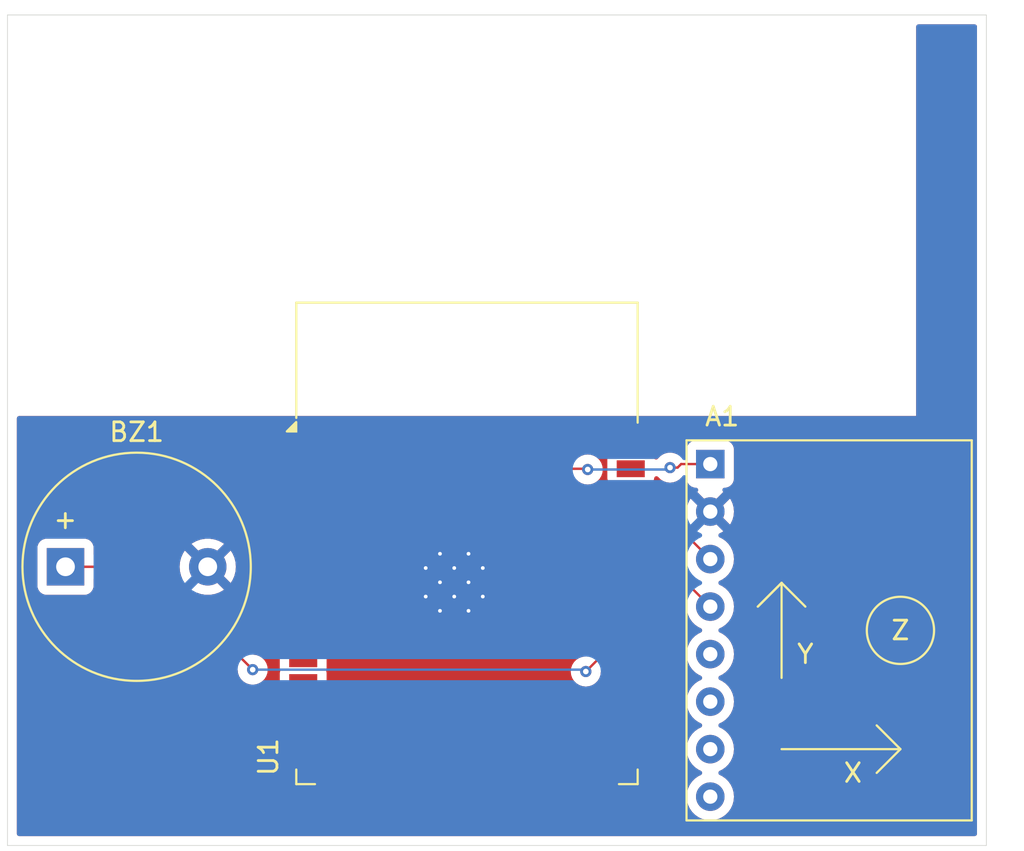
<source format=kicad_pcb>
(kicad_pcb (version 20240108) (generator "pcbnew") (generator_version "8.0")
  (layers (0 "F.Cu" signal "Front") (1 "In1.Cu" signal) (2 "In2.Cu" signal) (31 "B.Cu" signal "Back") (34 "B.Paste" user) (35 "F.Paste" user) (36 "B.SilkS" user "B.Silkscreen") (37 "F.SilkS" user "F.Silkscreen") (38 "B.Mask" user) (39 "F.Mask" user) (44 "Edge.Cuts" user))
  (net 0 "")
  (net 1 "GND")
  (net 2 "Net-(BZ1-+)")
  (net 22 "Net-(A1-SDA)")
  (net 34 "+3.3V")
  (net 35 "Net-(A1-SCL)")
  (footprint "RF_Module:ESP32-WROOM-32" (layer "F.Cu") (at 147.95 103.94)
    (property "Reference" "U1" (at -10.61 8.43 90) (layer "F.SilkS"))
    (property "Value" "ESP32-WROOM-32")
    (fp_line (start -9.12 -15.86) (end -9.12 -9.7) (stroke (width 0.12)) (layer "F.SilkS"))
    (fp_line (start -9.12 -15.86) (end 9.12 -15.86) (stroke (width 0.12)) (layer "F.SilkS"))
    (fp_line (start -9.12 9.1) (end -9.12 9.88) (stroke (width 0.12)) (layer "F.SilkS"))
    (fp_line (start -9.12 9.88) (end -8.12 9.88) (stroke (width 0.12)) (layer "F.SilkS"))
    (fp_line (start 9.12 -15.86) (end 9.12 -9.445) (stroke (width 0.12)) (layer "F.SilkS"))
    (fp_line (start 9.12 9.1) (end 9.12 9.88) (stroke (width 0.12)) (layer "F.SilkS"))
    (fp_line (start 9.12 9.88) (end 8.12 9.88) (stroke (width 0.12)) (layer "F.SilkS"))
    (fp_poly (pts (xy -9.125 -8.975) (xy -9.625 -8.975) (xy -9.125 -9.475) (xy -9.125 -8.975)) (stroke (width 0.12)) (fill solid) (layer "F.SilkS"))
    (pad "1" smd rect (at -8.75 -8.25) (size 1.5 0.9) (layers "F.Cu" "F.Paste" "F.Mask") (net 1 "GND"))
    (pad "2" smd rect (at -8.75 -6.98) (size 1.5 0.9) (layers "F.Cu" "F.Paste" "F.Mask") (net 34 "+3.3V"))
    (pad "3" smd rect (at -8.75 -5.71) (size 1.5 0.9) (layers "F.Cu" "F.Paste" "F.Mask"))
    (pad "4" smd rect (at -8.75 -4.44) (size 1.5 0.9) (layers "F.Cu" "F.Paste" "F.Mask"))
    (pad "5" smd rect (at -8.75 -3.17) (size 1.5 0.9) (layers "F.Cu" "F.Paste" "F.Mask"))
    (pad "6" smd rect (at -8.75 -1.9) (size 1.5 0.9) (layers "F.Cu" "F.Paste" "F.Mask"))
    (pad "7" smd rect (at -8.75 -0.63) (size 1.5 0.9) (layers "F.Cu" "F.Paste" "F.Mask"))
    (pad "8" smd rect (at -8.75 0.64) (size 1.5 0.9) (layers "F.Cu" "F.Paste" "F.Mask"))
    (pad "9" smd rect (at -8.75 1.91) (size 1.5 0.9) (layers "F.Cu" "F.Paste" "F.Mask"))
    (pad "10" smd rect (at -8.75 3.18) (size 1.5 0.9) (layers "F.Cu" "F.Paste" "F.Mask"))
    (pad "11" smd rect (at -8.75 4.45) (size 1.5 0.9) (layers "F.Cu" "F.Paste" "F.Mask"))
    (pad "12" smd rect (at -8.75 5.72) (size 1.5 0.9) (layers "F.Cu" "F.Paste" "F.Mask"))
    (pad "13" smd rect (at -8.75 6.99) (size 1.5 0.9) (layers "F.Cu" "F.Paste" "F.Mask"))
    (pad "14" smd rect (at -8.75 8.26) (size 1.5 0.9) (layers "F.Cu" "F.Paste" "F.Mask"))
    (pad "15" smd rect (at -5.71 9.51 90) (size 1.5 0.9) (layers "F.Cu" "F.Paste" "F.Mask") (net 1 "GND"))
    (pad "16" smd rect (at -4.44 9.51 90) (size 1.5 0.9) (layers "F.Cu" "F.Paste" "F.Mask"))
    (pad "17" smd rect (at -3.17 9.51 90) (size 1.5 0.9) (layers "F.Cu" "F.Paste" "F.Mask"))
    (pad "18" smd rect (at -1.9 9.51 90) (size 1.5 0.9) (layers "F.Cu" "F.Paste" "F.Mask"))
    (pad "19" smd rect (at -0.63 9.51 90) (size 1.5 0.9) (layers "F.Cu" "F.Paste" "F.Mask"))
    (pad "20" smd rect (at 0.64 9.51 90) (size 1.5 0.9) (layers "F.Cu" "F.Paste" "F.Mask"))
    (pad "21" smd rect (at 1.91 9.51 90) (size 1.5 0.9) (layers "F.Cu" "F.Paste" "F.Mask"))
    (pad "22" smd rect (at 3.18 9.51 90) (size 1.5 0.9) (layers "F.Cu" "F.Paste" "F.Mask"))
    (pad "23" smd rect (at 4.45 9.51 90) (size 1.5 0.9) (layers "F.Cu" "F.Paste" "F.Mask"))
    (pad "24" smd rect (at 5.72 9.51 90) (size 1.5 0.9) (layers "F.Cu" "F.Paste" "F.Mask"))
    (pad "25" smd rect (at 8.75 8.26) (size 1.5 0.9) (layers "F.Cu" "F.Paste" "F.Mask"))
    (pad "26" smd rect (at 8.75 6.99) (size 1.5 0.9) (layers "F.Cu" "F.Paste" "F.Mask"))
    (pad "27" smd rect (at 8.75 5.72) (size 1.5 0.9) (layers "F.Cu" "F.Paste" "F.Mask"))
    (pad "28" smd rect (at 8.75 4.45) (size 1.5 0.9) (layers "F.Cu" "F.Paste" "F.Mask"))
    (pad "29" smd rect (at 8.75 3.18) (size 1.5 0.9) (layers "F.Cu" "F.Paste" "F.Mask"))
    (pad "30" smd rect (at 8.75 1.91) (size 1.5 0.9) (layers "F.Cu" "F.Paste" "F.Mask") (net 2 "Net-(BZ1-+)"))
    (pad "31" smd rect (at 8.75 0.64) (size 1.5 0.9) (layers "F.Cu" "F.Paste" "F.Mask"))
    (pad "32" smd rect (at 8.75 -0.63) (size 1.5 0.9) (layers "F.Cu" "F.Paste" "F.Mask"))
    (pad "33" smd rect (at 8.75 -1.9) (size 1.5 0.9) (layers "F.Cu" "F.Paste" "F.Mask") (net 22 "Net-(A1-SDA)"))
    (pad "34" smd rect (at 8.75 -3.17) (size 1.5 0.9) (layers "F.Cu" "F.Paste" "F.Mask"))
    (pad "35" smd rect (at 8.75 -4.44) (size 1.5 0.9) (layers "F.Cu" "F.Paste" "F.Mask"))
    (pad "36" smd rect (at 8.75 -5.71) (size 1.5 0.9) (layers "F.Cu" "F.Paste" "F.Mask") (net 35 "Net-(A1-SCL)"))
    (pad "37" smd rect (at 8.75 -6.98) (size 1.5 0.9) (layers "F.Cu" "F.Paste" "F.Mask"))
    (pad "38" smd rect (at 8.75 -8.25) (size 1.5 0.9) (layers "F.Cu" "F.Paste" "F.Mask") (net 1 "GND"))
    (pad "39" smd rect (at -2.205 -2.435) (size 1.05 1.05) (layers "F.Cu" "F.Paste") (net 1 "GND"))
    (pad "39" thru_hole circle (at -2.205 -1.6725) (size 0.6 0.6) (drill 0.2) (property pad_prop_heatsink) (layers "*.Cu" "F.Mask") (net 1 "GND"))
    (pad "39" smd rect (at -2.205 -0.91) (size 1.05 1.05) (layers "F.Cu" "F.Paste") (net 1 "GND"))
    (pad "39" thru_hole circle (at -2.205 -0.1475) (size 0.6 0.6) (drill 0.2) (property pad_prop_heatsink) (layers "*.Cu" "F.Mask") (net 1 "GND"))
    (pad "39" smd rect (at -2.205 0.615) (size 1.05 1.05) (layers "F.Cu" "F.Paste") (net 1 "GND"))
    (pad "39" thru_hole circle (at -1.4425 -2.435) (size 0.6 0.6) (drill 0.2) (property pad_prop_heatsink) (layers "*.Cu" "F.Mask") (net 1 "GND"))
    (pad "39" thru_hole circle (at -1.4425 -0.91) (size 0.6 0.6) (drill 0.2) (property pad_prop_heatsink) (layers "*.Cu" "F.Mask") (net 1 "GND"))
    (pad "39" thru_hole circle (at -1.4425 0.615) (size 0.6 0.6) (drill 0.2) (property pad_prop_heatsink) (layers "*.Cu" "F.Mask") (net 1 "GND"))
    (pad "39" smd rect (at -0.68 -2.435) (size 1.05 1.05) (layers "F.Cu" "F.Paste") (net 1 "GND"))
    (pad "39" thru_hole circle (at -0.68 -1.6725) (size 0.6 0.6) (drill 0.2) (property pad_prop_heatsink) (layers "*.Cu" "F.Mask") (net 1 "GND"))
    (pad "39" smd rect (at -0.68 -0.91) (size 1.05 1.05) (layers "F.Cu" "F.Paste") (net 1 "GND"))
    (pad "39" smd rect (at -0.68 -0.91) (size 4.2 4.2) (property pad_prop_heatsink) (layers "F.Cu" "F.Mask") (net 1 "GND"))
    (pad "39" thru_hole circle (at -0.68 -0.1475) (size 0.6 0.6) (drill 0.2) (property pad_prop_heatsink) (layers "*.Cu" "F.Mask") (net 1 "GND"))
    (pad "39" smd rect (at -0.68 0.615) (size 1.05 1.05) (layers "F.Cu" "F.Paste") (net 1 "GND"))
    (pad "39" thru_hole circle (at 0.0825 -2.435) (size 0.6 0.6) (drill 0.2) (property pad_prop_heatsink) (layers "*.Cu" "F.Mask") (net 1 "GND"))
    (pad "39" thru_hole circle (at 0.0825 -0.91) (size 0.6 0.6) (drill 0.2) (property pad_prop_heatsink) (layers "*.Cu" "F.Mask") (net 1 "GND"))
    (pad "39" thru_hole circle (at 0.0825 0.615) (size 0.6 0.6) (drill 0.2) (property pad_prop_heatsink) (layers "*.Cu" "F.Mask") (net 1 "GND"))
    (pad "39" smd rect (at 0.845 -2.435) (size 1.05 1.05) (layers "F.Cu" "F.Paste") (net 1 "GND"))
    (pad "39" thru_hole circle (at 0.845 -1.6725) (size 0.6 0.6) (drill 0.2) (property pad_prop_heatsink) (layers "*.Cu" "F.Mask") (net 1 "GND"))
    (pad "39" smd rect (at 0.845 -0.91) (size 1.05 1.05) (layers "F.Cu" "F.Paste") (net 1 "GND"))
    (pad "39" thru_hole circle (at 0.845 -0.1475) (size 0.6 0.6) (drill 0.2) (property pad_prop_heatsink) (layers "*.Cu" "F.Mask") (net 1 "GND"))
    (pad "39" smd rect (at 0.845 0.615) (size 1.05 1.05) (layers "F.Cu" "F.Paste") (net 1 "GND"))
    (zone (net 0) (net_name "") (layers "F.Cu" "In1.Cu" "In2.Cu" "B.Cu") (connect_pads (clearance 0)) (min_thickness 0.254)
      (keepout (tracks not_allowed) (vias not_allowed) (pads not_allowed) (copperpour not_allowed) (footprints not_allowed))
      (fill (thermal_gap 0.508) (thermal_bridge_width 0.508))
      (polygon (pts (xy 123.95 94.14) (xy 171.95 94.14) (xy 171.95 73.2) (xy 123.95 73.2)))
    )
  )
  (footprint "Buzzer_Beeper:Buzzer_12x9.5RM7.6" (layer "F.Cu") (at 126.5 102.2)
    (property "Reference" "BZ1" (at 3.8 -7.2 0) (layer "F.SilkS"))
    (property "Value" "Buzzer")
    (fp_circle (center 3.8 0) (end 9.9 0) (stroke (width 0.12)) (fill none) (layer "F.SilkS"))
    (fp_text user "+" (at -0.01 -2.54 0) (layer "F.SilkS"))
    (pad "1" thru_hole rect (at 0 0) (size 2 2) (drill 1) (layers "*.Cu" "*.Mask") (net 2 "Net-(BZ1-+)"))
    (pad "2" thru_hole circle (at 7.6 0) (size 2 2) (drill 1) (layers "*.Cu" "*.Mask") (net 1 "GND"))
  )
  (footprint "Charleslabs_Parts:MPU6050_Module" (layer "F.Cu") (at 160.95 96.71)
    (property "Reference" "A1" (at 0.635 -2.54 0) (layer "F.SilkS"))
    (property "Value" "MPU6050_Module")
    (fp_line (start -1.27 -1.27) (end 13.97 -1.27) (stroke (width 0.12)) (layer "F.SilkS"))
    (fp_line (start -1.27 19.05) (end -1.27 -1.27) (stroke (width 0.12)) (layer "F.SilkS"))
    (fp_line (start 2.54 7.62) (end 3.81 6.35) (stroke (width 0.12)) (layer "F.SilkS"))
    (fp_line (start 3.81 6.35) (end 2.54 7.62) (stroke (width 0.12)) (layer "F.SilkS"))
    (fp_line (start 3.81 6.35) (end 5.08 7.62) (stroke (width 0.12)) (layer "F.SilkS"))
    (fp_line (start 3.81 11.43) (end 3.81 6.35) (stroke (width 0.12)) (layer "F.SilkS"))
    (fp_line (start 3.81 15.24) (end 10.16 15.24) (stroke (width 0.12)) (layer "F.SilkS"))
    (fp_line (start 10.16 15.24) (end 8.89 13.97) (stroke (width 0.12)) (layer "F.SilkS"))
    (fp_line (start 10.16 15.24) (end 8.89 16.51) (stroke (width 0.12)) (layer "F.SilkS"))
    (fp_line (start 13.97 -1.27) (end 13.97 19.05) (stroke (width 0.12)) (layer "F.SilkS"))
    (fp_line (start 13.97 19.05) (end -1.27 19.05) (stroke (width 0.12)) (layer "F.SilkS"))
    (fp_circle (center 10.16 8.89) (end 8.89 7.62) (stroke (width 0.12)) (fill none) (layer "F.SilkS"))
    (fp_text user "Y" (at 5.08 10.16 0) (layer "F.SilkS"))
    (fp_text user "Z" (at 10.16 8.89 0) (layer "F.SilkS"))
    (fp_text user "X" (at 7.62 16.51 0) (layer "F.SilkS"))
    (pad "1" thru_hole rect (at 0 0) (size 1.524 1.524) (drill 0.762) (layers "*.Cu" "*.Mask") (net 34 "+3.3V"))
    (pad "2" thru_hole circle (at 0 2.54) (size 1.524 1.524) (drill 0.762) (layers "*.Cu" "*.Mask") (net 1 "GND"))
    (pad "3" thru_hole circle (at 0 5.08) (size 1.524 1.524) (drill 0.762) (layers "*.Cu" "*.Mask") (net 35 "Net-(A1-SCL)"))
    (pad "4" thru_hole circle (at 0 7.62) (size 1.524 1.524) (drill 0.762) (layers "*.Cu" "*.Mask") (net 22 "Net-(A1-SDA)"))
    (pad "5" thru_hole circle (at 0 10.16) (size 1.524 1.524) (drill 0.762) (layers "*.Cu" "*.Mask"))
    (pad "6" thru_hole circle (at 0 12.7) (size 1.524 1.524) (drill 0.762) (layers "*.Cu" "*.Mask"))
    (pad "7" thru_hole circle (at 0 15.24) (size 1.524 1.524) (drill 0.762) (layers "*.Cu" "*.Mask"))
    (pad "8" thru_hole circle (at 0 17.78) (size 1.524 1.524) (drill 0.762) (layers "*.Cu" "*.Mask"))
  )
  (gr_line (start 175.7 117.1) (end 175.7 72.7) (stroke (width 0.0381)) (layer "Edge.Cuts"))
  (gr_line (start 123.4 72.7) (end 123.4 117.1) (stroke (width 0.0381)) (layer "Edge.Cuts"))
  (gr_line (start 175.7 72.7) (end 123.4 72.7) (stroke (width 0.0381)) (layer "Edge.Cuts"))
  (gr_line (start 123.4 117.1) (end 175.7 117.1) (stroke (width 0.0381)) (layer "Edge.Cuts"))
  (segment (start 126.5 102.2) (end 131 102.2) (width 0.127) (layer "F.Cu") (net 2))
  (segment (start 154.3 107.8) (end 156.25 105.85) (width 0.127) (layer "F.Cu") (net 2))
  (segment (start 131 102.2) (end 136.5 107.7) (width 0.127) (layer "F.Cu") (net 2))
  (segment (start 156.25 105.85) (end 156.7 105.85) (width 0.127) (layer "F.Cu") (net 2))
  (via (at 136.5 107.7) (size 0.6) (drill 0.3) (layers "F.Cu" "B.Cu") (net 2))
  (via (at 154.3 107.8) (size 0.6) (drill 0.3) (layers "F.Cu" "B.Cu") (net 2))
  (segment (start 136.5 107.7) (end 154.2 107.7) (width 0.127) (layer "B.Cu") (net 2))
  (segment (start 154.2 107.7) (end 154.3 107.8) (width 0.127) (layer "B.Cu") (net 2))
  (segment (start 156.7 102.04) (end 158.66 102.04) (width 0.127) (layer "F.Cu") (net 22))
  (segment (start 158.66 102.04) (end 160.95 104.33) (width 0.127) (layer "F.Cu") (net 22))
  (segment (start 139.2 96.96) (end 154.36 96.96) (width 0.127) (layer "F.Cu") (net 34))
  (segment (start 159.2 96.9) (end 159.39 96.71) (width 0.127) (layer "F.Cu") (net 34))
  (segment (start 158.8 96.9) (end 159.2 96.9) (width 0.127) (layer "F.Cu") (net 34))
  (segment (start 154.36 96.96) (end 154.4 97) (width 0.127) (layer "F.Cu") (net 34))
  (segment (start 159.39 96.71) (end 160.95 96.71) (width 0.127) (layer "F.Cu") (net 34))
  (via (at 158.8 96.9) (size 0.6) (drill 0.3) (layers "F.Cu" "B.Cu") (net 34))
  (via (at 154.4 97) (size 0.6) (drill 0.3) (layers "F.Cu" "B.Cu") (net 34))
  (segment (start 154.4 97) (end 158.7 97) (width 0.127) (layer "B.Cu") (net 34))
  (segment (start 158.7 97) (end 158.8 96.9) (width 0.127) (layer "B.Cu") (net 34))
  (segment (start 157.39 98.23) (end 160.95 101.79) (width 0.127) (layer "F.Cu") (net 35))
  (segment (start 156.7 98.23) (end 157.39 98.23) (width 0.127) (layer "F.Cu") (net 35))
  (zone (net 1) (net_name "GND") (layers "F&B.Cu") (connect_pads (clearance 0.5)) (min_thickness 0.25) (fill yes (thermal_gap 0.5) (thermal_bridge_width 0.5))
    (polygon (pts (xy 123 72.1) (xy 123 117.4) (xy 176.2 117.4) (xy 176.2 71.9)))
  )
)
</source>
